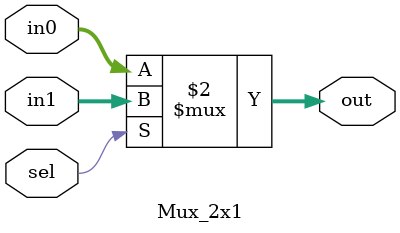
<source format=sv>
module Mux_2x1 (input logic [63:0] in0, in1, 
                input logic sel, 
                output logic [63:0] out
);

    assign out = (sel == 0) ? in0:in1;

endmodule
</source>
